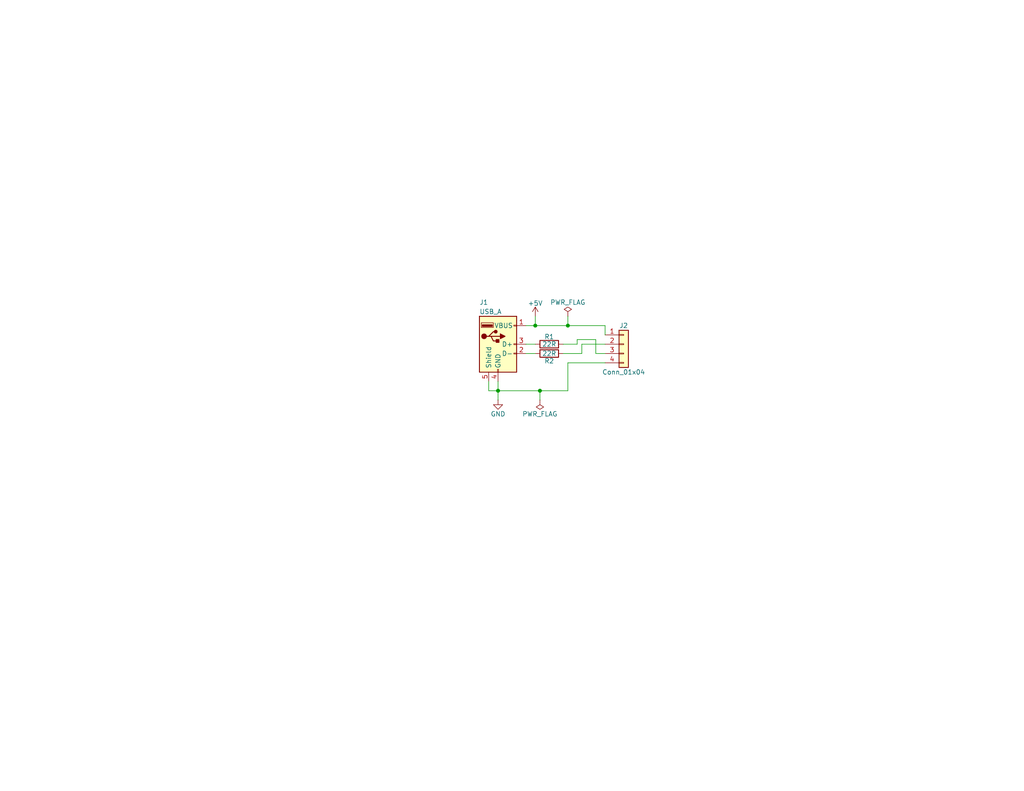
<source format=kicad_sch>
(kicad_sch (version 20231120) (generator "eeschema") (generator_version "8.0")
  (paper "A")
  (title_block (title "USB A Receptical Breadboard Breakout") (date "2024-06-12") (company "Perry Leuams"))
  (lib_symbols
    (symbol "Connector:USB_A" (pin_names (offset 1.016))
      (property "Reference" "J" (at -5.08 11.43 0))
      (property "Value" "USB_A" (at -5.08 8.89 0))
      (symbol "USB_A_0_1"
        (rectangle (start -5.08 -7.62) (end 5.08 7.62) (stroke (width 0.254)) (fill (type background)))
        (circle (center -3.81 2.159) (radius 0.635) (stroke (width 0.254)) (fill (type outline)))
        (rectangle (start -1.524 4.826) (end -4.318 5.334) (fill (type outline)))
        (rectangle (start -1.27 4.572) (end -4.572 5.842))
        (circle (center -0.635 3.429) (radius 0.381) (stroke (width 0.254)) (fill (type outline)))
        (rectangle (start -0.127 -7.62) (end 0.127 -6.858))
        (polyline (pts (xy -3.175 2.159) (xy -2.54 2.159) (xy -1.27 3.429) (xy -0.635 3.429)) (stroke (width 0.254)))
        (polyline (pts (xy -2.54 2.159) (xy -1.905 2.159) (xy -1.27 0.889) (xy 0 0.889)) (stroke (width 0.254)))
        (polyline (pts (xy 0.635 2.794) (xy 0.635 1.524) (xy 1.905 2.159) (xy 0.635 2.794)) (stroke (width 0.254)) (fill (type outline)))
        (rectangle (start 0.254 1.27) (end -0.508 0.508) (stroke (width 0.254)) (fill (type outline)))
        (rectangle (start 5.08 -2.667) (end 4.318 -2.413))
        (rectangle (start 5.08 -0.127) (end 4.318 0.127))
        (rectangle (start 5.08 4.953) (end 4.318 5.207))
      )
      (symbol "USB_A_1_1"
        (polyline (pts (xy -1.905 2.159) (xy 0.635 2.159)) (stroke (width 0.254)))
        (pin power_in line (at 7.62 5.08 180) (length 2.54) (name "VBUS") (number "1"))
        (pin bidirectional line (at 7.62 -2.54 180) (length 2.54) (name "D-") (number "2"))
        (pin bidirectional line (at 7.62 0 180) (length 2.54) (name "D+") (number "3"))
        (pin power_in line (at 0 -10.16 90) (length 2.54) (name "GND") (number "4"))
        (pin passive line (at -2.54 -10.16 90) (length 2.54) (name "Shield") (number "5"))
      )
    )
    (symbol "Connector_Generic:Conn_01x04" (pin_names (offset 1.016) hide)
      (property "Reference" "J" (at 0 5.08 0))
      (property "Value" "Conn_01x04" (at 0 -7.62 0))
      (symbol "Conn_01x04_1_1"
        (rectangle (start -1.27 -4.953) (end 0 -5.207) (stroke (width 0.1524)))
        (rectangle (start -1.27 -2.413) (end 0 -2.667) (stroke (width 0.1524)))
        (rectangle (start -1.27 0.127) (end 0 -0.127) (stroke (width 0.1524)))
        (rectangle (start -1.27 2.667) (end 0 2.413) (stroke (width 0.1524)))
        (rectangle (start -1.27 3.81) (end 1.27 -6.35) (stroke (width 0.254)) (fill (type background)))
        (pin passive line (at -5.08 2.54 0) (length 3.81) (name "Pin_1") (number "1"))
        (pin passive line (at -5.08 0 0) (length 3.81) (name "Pin_2") (number "2"))
        (pin passive line (at -5.08 -2.54 0) (length 3.81) (name "Pin_3") (number "3"))
        (pin passive line (at -5.08 -5.08 0) (length 3.81) (name "Pin_4") (number "4"))
      )
    )
    (symbol "Device:R" (pin_numbers hide) (pin_names (offset 0))
      (property "Reference" "R" (at 2.032 0 90))
      (property "Value" "R" (at 0 0 90))
      (symbol "R_0_1"
        (rectangle (start -1.016 -2.54) (end 1.016 2.54) (stroke (width 0.254)))
      )
      (symbol "R_1_1"
        (pin passive line (at 0 3.81 270) (length 1.27) (name "~") (number "1"))
        (pin passive line (at 0 -3.81 90) (length 1.27) (name "~") (number "2"))
      )
    )
    (symbol "power:+5V" (power) (pin_numbers hide) (pin_names (offset 0) hide)
      (property "Value" "+5V" (at 0 3.556 0))
      (symbol "+5V_0_1"
        (polyline (pts (xy -0.762 1.27) (xy 0 2.54)))
        (polyline (pts (xy 0 0) (xy 0 2.54)))
        (polyline (pts (xy 0 2.54) (xy 0.762 1.27)))
      )
      (symbol "+5V_1_1"
        (pin power_in line (at 0 0 90) (length 0) (name "~") (number "1"))
      )
    )
    (symbol "power:GND" (power) (pin_numbers hide) (pin_names (offset 0) hide)
      (property "Value" "GND" (at 0 -3.81 0))
      (symbol "GND_0_1"
        (polyline (pts (xy 0 0) (xy 0 -1.27) (xy 1.27 -1.27) (xy 0 -2.54) (xy -1.27 -1.27) (xy 0 -1.27)))
      )
      (symbol "GND_1_1"
        (pin power_in line (at 0 0 270) (length 0) (name "~") (number "1"))
      )
    )
    (symbol "power:PWR_FLAG" (power) (pin_numbers hide) (pin_names (offset 0) hide)
      (property "Value" "PWR_FLAG" (at 0 3.81 0))
      (symbol "PWR_FLAG_0_0"
        (pin power_out line (at 0 0 90) (length 0) (name "~") (number "1"))
      )
      (symbol "PWR_FLAG_0_1"
        (polyline (pts (xy 0 0) (xy 0 1.27) (xy -1.016 1.905) (xy 0 2.54) (xy 1.016 1.905) (xy 0 1.27)))
      )
    )
  )
  (junction (at 135.89 106.68))
  (junction (at 147.32 106.68))
  (junction (at 146.05 88.9))
  (junction (at 154.94 88.9))
  (wire (pts (xy 146.05 86.36) (xy 146.05 88.9)))
  (wire (pts (xy 154.94 106.68) (xy 147.32 106.68)))
  (wire (pts (xy 146.05 88.9) (xy 143.51 88.9)))
  (wire (pts (xy 162.56 92.71) (xy 162.56 96.52)))
  (wire (pts (xy 133.35 106.68) (xy 133.35 104.14)))
  (wire (pts (xy 165.1 91.44) (xy 165.1 88.9)))
  (wire (pts (xy 153.67 96.52) (xy 158.75 96.52)))
  (wire (pts (xy 154.94 86.36) (xy 154.94 88.9)))
  (wire (pts (xy 153.67 93.98) (xy 157.48 93.98)))
  (wire (pts (xy 135.89 104.14) (xy 135.89 106.68)))
  (wire (pts (xy 143.51 96.52) (xy 146.05 96.52)))
  (wire (pts (xy 147.32 106.68) (xy 135.89 106.68)))
  (wire (pts (xy 158.75 93.98) (xy 165.1 93.98)))
  (wire (pts (xy 162.56 96.52) (xy 165.1 96.52)))
  (wire (pts (xy 158.75 96.52) (xy 158.75 93.98)))
  (wire (pts (xy 154.94 88.9) (xy 165.1 88.9)))
  (wire (pts (xy 135.89 106.68) (xy 135.89 109.22)))
  (wire (pts (xy 146.05 88.9) (xy 154.94 88.9)))
  (wire (pts (xy 135.89 106.68) (xy 133.35 106.68)))
  (wire (pts (xy 157.48 93.98) (xy 157.48 92.71)))
  (wire (pts (xy 154.94 99.06) (xy 154.94 106.68)))
  (wire (pts (xy 165.1 99.06) (xy 154.94 99.06)))
  (wire (pts (xy 147.32 106.68) (xy 147.32 109.22)))
  (wire (pts (xy 157.48 92.71) (xy 162.56 92.71)))
  (wire (pts (xy 143.51 93.98) (xy 146.05 93.98)))
  (symbol (lib_id "Device:R") (at 149.86 96.52 90) (mirror x) (unit 1)
    (property "Reference" "R2" (at 149.86 98.552 90))
    (property "Value" "22R" (at 149.86 96.52 90))
    (property "Footprint" "Resistor_THT:R_Axial_DIN0207_L6.3mm_D2.5mm_P10.16mm_Horizontal" (effects (hide yes)))
    (property "Description" "Resistor" (effects (hide yes)))
  )
  (symbol (lib_id "power:+5V") (at 146.05 86.36 0) (unit 1)
    (property "Reference" "#PWR02" (effects (hide yes)))
    (property "Value" "+5V" (at 146.05 82.804 0))
    (property "Description" "Power symbol creates a global label with name \"+5V\"" (effects (hide yes)))
  )
  (symbol (lib_id "power:PWR_FLAG") (at 154.94 86.36 0) (unit 1)
    (property "Reference" "#FLG01" (effects (hide yes)))
    (property "Value" "PWR_FLAG" (at 154.94 82.55 0))
    (property "Description" "Special symbol for telling ERC where power comes from" (effects (hide yes)))
  )
  (symbol (lib_id "Connector:USB_A") (at 135.89 93.98 0) (unit 1)
    (property "Reference" "J1" (at 130.81 82.55 0) (effects (justify left)))
    (property "Value" "USB_A" (at 130.81 85.09 0) (effects (justify left)))
    (property "Footprint" "Connector_USB:USB_A_CONNFLY_DS1095-WNR0" (effects (hide yes)))
    (property "Description" "USB Type A connector" (effects (hide yes)))
  )
  (symbol (lib_id "Connector_Generic:Conn_01x04") (at 170.18 93.98 0) (unit 1)
    (property "Reference" "J2" (at 170.18 88.9 0))
    (property "Value" "Conn_01x04" (at 170.18 101.6 0))
    (property "Footprint" "Connector_PinHeader_2.54mm:PinHeader_1x04_P2.54mm_Vertical" (effects (hide yes)))
    (property "Description" "Generic connector, single row, 01x04, script generated (kicad-library-utils/schlib/autogen/connector/)" (effects (hide yes)))
  )
  (symbol (lib_id "Device:R") (at 149.86 93.98 90) (unit 1)
    (property "Reference" "R1" (at 149.86 91.948 90))
    (property "Value" "22R" (at 149.86 93.98 90))
    (property "Footprint" "Resistor_THT:R_Axial_DIN0207_L6.3mm_D2.5mm_P10.16mm_Horizontal" (effects (hide yes)))
    (property "Description" "Resistor" (effects (hide yes)))
  )
  (symbol (lib_id "power:GND") (at 135.89 109.22 0) (unit 1)
    (property "Reference" "#PWR01" (effects (hide yes)))
    (property "Value" "GND" (at 135.89 113.03 0))
    (property "Description" "Power symbol creates a global label with name \"GND\" , ground" (effects (hide yes)))
  )
  (symbol (lib_id "power:PWR_FLAG") (at 147.32 109.22 180) (unit 1)
    (property "Reference" "#FLG02" (effects (hide yes)))
    (property "Value" "PWR_FLAG" (at 147.32 113.03 0))
    (property "Description" "Special symbol for telling ERC where power comes from" (effects (hide yes)))
  )
)
</source>
